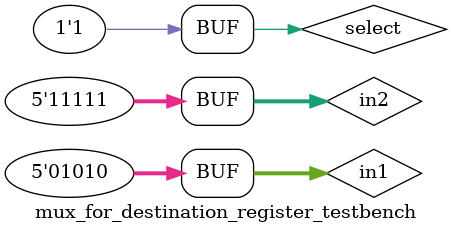
<source format=v>
`define DELAY 20
module mux_for_destination_register_testbench();

reg[4:0] in1;
reg[4:0] in2;
reg select;
wire [4:0] out;


mux_for_destination_register test(out,in1,in2,select);


initial begin
in1 = 5'b01010; 
in2 = 5'b11111;
select = 1'b0;
#`DELAY;
in1 = 5'b01010; 
in2 = 5'b11111;
select = 1'b1;

end

initial begin
$monitor("out=%5b in1=%5b in2=%5b select=%1b", out,in1,in2,select);
end


endmodule
</source>
